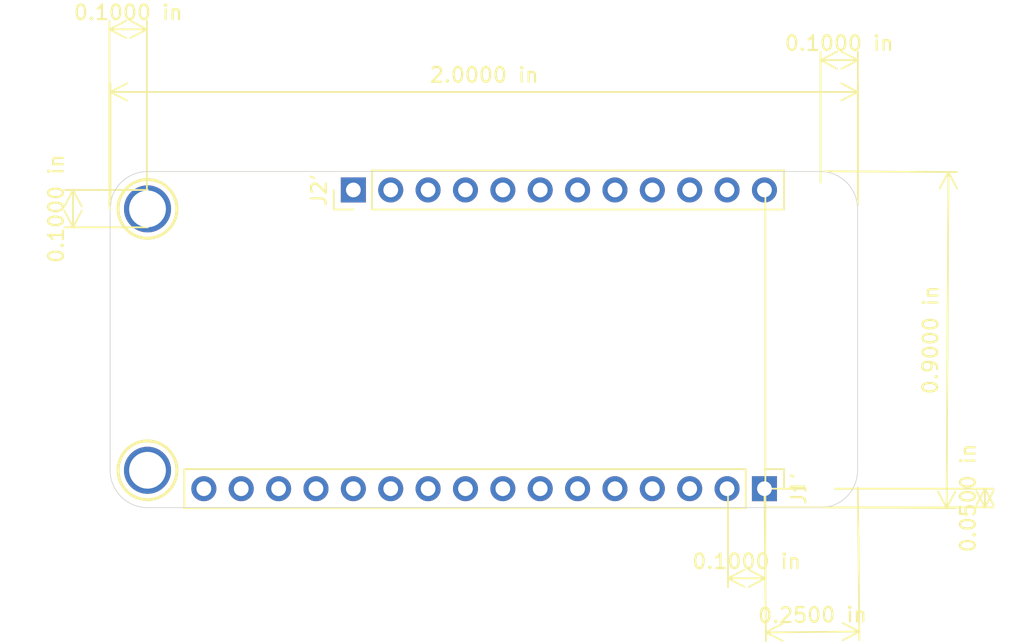
<source format=kicad_pcb>
(kicad_pcb (version 20171130) (host pcbnew "(5.1.4)-1")

  (general
    (thickness 1.6)
    (drawings 18)
    (tracks 0)
    (zones 0)
    (modules 6)
    (nets 1)
  )

  (page A4)
  (layers
    (0 F.Cu signal)
    (31 B.Cu signal)
    (32 B.Adhes user)
    (33 F.Adhes user)
    (34 B.Paste user)
    (35 F.Paste user)
    (36 B.SilkS user hide)
    (37 F.SilkS user)
    (38 B.Mask user hide)
    (39 F.Mask user hide)
    (40 Dwgs.User user)
    (41 Cmts.User user)
    (42 Eco1.User user)
    (43 Eco2.User user hide)
    (44 Edge.Cuts user)
    (45 Margin user)
    (46 B.CrtYd user)
    (47 F.CrtYd user)
    (48 B.Fab user hide)
    (49 F.Fab user hide)
  )

  (setup
    (last_trace_width 0.25)
    (trace_clearance 0.2)
    (zone_clearance 0.508)
    (zone_45_only no)
    (trace_min 0.2)
    (via_size 0.8)
    (via_drill 0.4)
    (via_min_size 0.4)
    (via_min_drill 0.3)
    (uvia_size 0.3)
    (uvia_drill 0.1)
    (uvias_allowed no)
    (uvia_min_size 0.2)
    (uvia_min_drill 0.1)
    (edge_width 0.05)
    (segment_width 0.2)
    (pcb_text_width 0.3)
    (pcb_text_size 1.5 1.5)
    (mod_edge_width 0.12)
    (mod_text_size 1 1)
    (mod_text_width 0.15)
    (pad_size 1.524 1.524)
    (pad_drill 0.762)
    (pad_to_mask_clearance 0.051)
    (solder_mask_min_width 0.25)
    (aux_axis_origin 0 0)
    (visible_elements 7FFFFFFF)
    (pcbplotparams
      (layerselection 0x010fc_ffffffff)
      (usegerberextensions false)
      (usegerberattributes false)
      (usegerberadvancedattributes false)
      (creategerberjobfile false)
      (excludeedgelayer true)
      (linewidth 0.100000)
      (plotframeref false)
      (viasonmask false)
      (mode 1)
      (useauxorigin false)
      (hpglpennumber 1)
      (hpglpenspeed 20)
      (hpglpendiameter 15.000000)
      (psnegative false)
      (psa4output false)
      (plotreference true)
      (plotvalue true)
      (plotinvisibletext false)
      (padsonsilk false)
      (subtractmaskfromsilk false)
      (outputformat 1)
      (mirror false)
      (drillshape 1)
      (scaleselection 1)
      (outputdirectory ""))
  )

  (net 0 "")

  (net_class Default "This is the default net class."
    (clearance 0.2)
    (trace_width 0.25)
    (via_dia 0.8)
    (via_drill 0.4)
    (uvia_dia 0.3)
    (uvia_drill 0.1)
  )

  (module Open_Telemetry:PinHeader_1x16_P2.54mm_Vertical_Down (layer F.Cu) (tedit 5DBD9D0A) (tstamp 5DBE0E60)
    (at 258.445 153.543 270)
    (descr "Through hole straight pin header, 1x16, 2.54mm pitch, single row")
    (tags "Through hole pin header THT 1x16 2.54mm single row")
    (fp_text reference J1' (at 0 -2.33 90) (layer F.SilkS)
      (effects (font (size 1 1) (thickness 0.15)))
    )
    (fp_text value PinHeader_1x16_P2.54mm_Vertical (at 0 40.43 90) (layer F.Fab)
      (effects (font (size 1 1) (thickness 0.15)))
    )
    (fp_line (start -0.635 -1.27) (end 1.27 -1.27) (layer F.Fab) (width 0.1))
    (fp_line (start 1.27 -1.27) (end 1.27 39.37) (layer F.Fab) (width 0.1))
    (fp_line (start 1.27 39.37) (end -1.27 39.37) (layer F.Fab) (width 0.1))
    (fp_line (start -1.27 39.37) (end -1.27 -0.635) (layer F.Fab) (width 0.1))
    (fp_line (start -1.27 -0.635) (end -0.635 -1.27) (layer F.Fab) (width 0.1))
    (fp_line (start -1.33 39.43) (end 1.33 39.43) (layer F.SilkS) (width 0.12))
    (fp_line (start -1.33 1.27) (end -1.33 39.43) (layer F.SilkS) (width 0.12))
    (fp_line (start 1.33 1.27) (end 1.33 39.43) (layer F.SilkS) (width 0.12))
    (fp_line (start -1.33 1.27) (end 1.33 1.27) (layer F.SilkS) (width 0.12))
    (fp_line (start -1.33 0) (end -1.33 -1.33) (layer F.SilkS) (width 0.12))
    (fp_line (start -1.33 -1.33) (end 0 -1.33) (layer F.SilkS) (width 0.12))
    (fp_line (start -1.8 -1.8) (end -1.8 39.9) (layer F.CrtYd) (width 0.05))
    (fp_line (start -1.8 39.9) (end 1.8 39.9) (layer F.CrtYd) (width 0.05))
    (fp_line (start 1.8 39.9) (end 1.8 -1.8) (layer F.CrtYd) (width 0.05))
    (fp_line (start 1.8 -1.8) (end -1.8 -1.8) (layer F.CrtYd) (width 0.05))
    (fp_text user %R (at 0 19.05) (layer F.Fab)
      (effects (font (size 1 1) (thickness 0.15)))
    )
    (pad 1 thru_hole rect (at 0 0 270) (size 1.7 1.7) (drill 1) (layers *.Cu *.Mask))
    (pad 2 thru_hole oval (at 0 2.54 270) (size 1.7 1.7) (drill 1) (layers *.Cu *.Mask))
    (pad 3 thru_hole oval (at 0 5.08 270) (size 1.7 1.7) (drill 1) (layers *.Cu *.Mask))
    (pad 4 thru_hole oval (at 0 7.62 270) (size 1.7 1.7) (drill 1) (layers *.Cu *.Mask))
    (pad 5 thru_hole oval (at 0 10.16 270) (size 1.7 1.7) (drill 1) (layers *.Cu *.Mask))
    (pad 6 thru_hole oval (at 0 12.7 270) (size 1.7 1.7) (drill 1) (layers *.Cu *.Mask))
    (pad 7 thru_hole oval (at 0 15.24 270) (size 1.7 1.7) (drill 1) (layers *.Cu *.Mask))
    (pad 8 thru_hole oval (at 0 17.78 270) (size 1.7 1.7) (drill 1) (layers *.Cu *.Mask))
    (pad 9 thru_hole oval (at 0 20.32 270) (size 1.7 1.7) (drill 1) (layers *.Cu *.Mask))
    (pad 10 thru_hole oval (at 0 22.86 270) (size 1.7 1.7) (drill 1) (layers *.Cu *.Mask))
    (pad 11 thru_hole oval (at 0 25.4 270) (size 1.7 1.7) (drill 1) (layers *.Cu *.Mask))
    (pad 12 thru_hole oval (at 0 27.94 270) (size 1.7 1.7) (drill 1) (layers *.Cu *.Mask))
    (pad 13 thru_hole oval (at 0 30.48 270) (size 1.7 1.7) (drill 1) (layers *.Cu *.Mask))
    (pad 14 thru_hole oval (at 0 33.02 270) (size 1.7 1.7) (drill 1) (layers *.Cu *.Mask))
    (pad 15 thru_hole oval (at 0 35.56 270) (size 1.7 1.7) (drill 1) (layers *.Cu *.Mask))
    (pad 16 thru_hole oval (at 0 38.1 270) (size 1.7 1.7) (drill 1) (layers *.Cu *.Mask))
    (model ${KISYS3DMOD}/Connector_PinHeader_2.54mm.3dshapes/PinHeader_1x16_P2.54mm_Vertical.wrl
      (offset (xyz 0 0 -1.5))
      (scale (xyz 1 1 1))
      (rotate (xyz 0 180 0))
    )
  )

  (module Open_Telemetry:PinHeader_1x12_P2.54mm_Vertical_Down (layer F.Cu) (tedit 5DBD9C9B) (tstamp 5DBE0B77)
    (at 230.505 133.223 90)
    (descr "Through hole straight pin header, 1x12, 2.54mm pitch, single row")
    (tags "Through hole pin header THT 1x12 2.54mm single row")
    (fp_text reference J2' (at 0 -2.33 90) (layer F.SilkS)
      (effects (font (size 1 1) (thickness 0.15)))
    )
    (fp_text value PinHeader_1x12_P2.54mm_Vertical (at 0 30.27 90) (layer F.Fab)
      (effects (font (size 1 1) (thickness 0.15)))
    )
    (fp_line (start -0.635 -1.27) (end 1.27 -1.27) (layer F.Fab) (width 0.1))
    (fp_line (start 1.27 -1.27) (end 1.27 29.21) (layer F.Fab) (width 0.1))
    (fp_line (start 1.27 29.21) (end -1.27 29.21) (layer F.Fab) (width 0.1))
    (fp_line (start -1.27 29.21) (end -1.27 -0.635) (layer F.Fab) (width 0.1))
    (fp_line (start -1.27 -0.635) (end -0.635 -1.27) (layer F.Fab) (width 0.1))
    (fp_line (start -1.33 29.27) (end 1.33 29.27) (layer F.SilkS) (width 0.12))
    (fp_line (start -1.33 1.27) (end -1.33 29.27) (layer F.SilkS) (width 0.12))
    (fp_line (start 1.33 1.27) (end 1.33 29.27) (layer F.SilkS) (width 0.12))
    (fp_line (start -1.33 1.27) (end 1.33 1.27) (layer F.SilkS) (width 0.12))
    (fp_line (start -1.33 0) (end -1.33 -1.33) (layer F.SilkS) (width 0.12))
    (fp_line (start -1.33 -1.33) (end 0 -1.33) (layer F.SilkS) (width 0.12))
    (fp_line (start -1.8 -1.8) (end -1.8 29.75) (layer F.CrtYd) (width 0.05))
    (fp_line (start -1.8 29.75) (end 1.8 29.75) (layer F.CrtYd) (width 0.05))
    (fp_line (start 1.8 29.75) (end 1.8 -1.8) (layer F.CrtYd) (width 0.05))
    (fp_line (start 1.8 -1.8) (end -1.8 -1.8) (layer F.CrtYd) (width 0.05))
    (fp_text user %R (at 0 13.97) (layer F.Fab)
      (effects (font (size 1 1) (thickness 0.15)))
    )
    (pad 1 thru_hole rect (at 0 0 90) (size 1.7 1.7) (drill 1) (layers *.Cu *.Mask))
    (pad 2 thru_hole oval (at 0 2.54 90) (size 1.7 1.7) (drill 1) (layers *.Cu *.Mask))
    (pad 3 thru_hole oval (at 0 5.08 90) (size 1.7 1.7) (drill 1) (layers *.Cu *.Mask))
    (pad 4 thru_hole oval (at 0 7.62 90) (size 1.7 1.7) (drill 1) (layers *.Cu *.Mask))
    (pad 5 thru_hole oval (at 0 10.16 90) (size 1.7 1.7) (drill 1) (layers *.Cu *.Mask))
    (pad 6 thru_hole oval (at 0 12.7 90) (size 1.7 1.7) (drill 1) (layers *.Cu *.Mask))
    (pad 7 thru_hole oval (at 0 15.24 90) (size 1.7 1.7) (drill 1) (layers *.Cu *.Mask))
    (pad 8 thru_hole oval (at 0 17.78 90) (size 1.7 1.7) (drill 1) (layers *.Cu *.Mask))
    (pad 9 thru_hole oval (at 0 20.32 90) (size 1.7 1.7) (drill 1) (layers *.Cu *.Mask))
    (pad 10 thru_hole oval (at 0 22.86 90) (size 1.7 1.7) (drill 1) (layers *.Cu *.Mask))
    (pad 11 thru_hole oval (at 0 25.4 90) (size 1.7 1.7) (drill 1) (layers *.Cu *.Mask))
    (pad 12 thru_hole oval (at 0 27.94 90) (size 1.7 1.7) (drill 1) (layers *.Cu *.Mask))
    (model ${KISYS3DMOD}/Connector_PinHeader_2.54mm.3dshapes/PinHeader_1x12_P2.54mm_Vertical.wrl
      (offset (xyz 0 0 -1.5))
      (scale (xyz 1 1 1))
      (rotate (xyz 0 180 0))
    )
  )

  (module "" (layer F.Cu) (tedit 0) (tstamp 5DBC6723)
    (at 262.235 152.9885)
    (fp_text reference @HOLE0 (at 0 0) (layer F.SilkS) hide
      (effects (font (size 1.27 1.27) (thickness 0.15)))
    )
    (fp_text value "" (at 0 0) (layer F.SilkS)
      (effects (font (size 1.27 1.27) (thickness 0.15)))
    )
    (pad "" np_thru_hole circle (at 0 0) (size 2.2 2.2) (drill 2.2) (layers *.Cu *.Mask))
  )

  (module "Adafruit HUZZAH32 ESP32 Feather:MOUNTINGHOLE_2.5_PLATED" (layer F.Cu) (tedit 0) (tstamp 5DBC6801)
    (at 216.515 152.29 270)
    (path /F4AAF165)
    (fp_text reference U$32 (at 0 0 270) (layer F.SilkS) hide
      (effects (font (size 1.27 1.27) (thickness 0.15)) (justify right top))
    )
    (fp_text value MOUNTINGHOLE2.5 (at 0 0 270) (layer F.SilkS) hide
      (effects (font (size 1.27 1.27) (thickness 0.15)) (justify right top))
    )
    (fp_circle (center 0 0) (end 1 0) (layer Dwgs.User) (width 2.032))
    (fp_circle (center 0 0) (end 1 0) (layer Dwgs.User) (width 2.032))
    (fp_circle (center 0 0) (end 1 0) (layer Dwgs.User) (width 2.032))
    (fp_circle (center 0 0) (end 1 0) (layer Dwgs.User) (width 2.032))
    (fp_circle (center 0 0) (end 2 0) (layer F.SilkS) (width 0.2032))
    (pad P$1 thru_hole circle (at 0 0 270) (size 3.2 3.2) (drill 2.5) (layers *.Cu *.Mask)
      (solder_mask_margin 0.0508))
  )

  (module "" (layer F.Cu) (tedit 0) (tstamp 5DBC6716)
    (at 262.235 133.875)
    (fp_text reference @HOLE1 (at 0 0) (layer F.SilkS) hide
      (effects (font (size 1.27 1.27) (thickness 0.15)))
    )
    (fp_text value "" (at 0 0) (layer F.SilkS)
      (effects (font (size 1.27 1.27) (thickness 0.15)))
    )
    (pad "" np_thru_hole circle (at 0 0) (size 2.2 2.2) (drill 2.2) (layers *.Cu *.Mask))
  )

  (module "Adafruit HUZZAH32 ESP32 Feather:MOUNTINGHOLE_2.5_PLATED" (layer F.Cu) (tedit 0) (tstamp 5DBC671A)
    (at 216.515 134.51 270)
    (path /BD08BF3C)
    (fp_text reference U$31 (at 0 0 270) (layer F.SilkS) hide
      (effects (font (size 1.27 1.27) (thickness 0.15)) (justify right top))
    )
    (fp_text value MOUNTINGHOLE2.5 (at 0 0 270) (layer F.SilkS) hide
      (effects (font (size 1.27 1.27) (thickness 0.15)) (justify right top))
    )
    (fp_circle (center 0 0) (end 1 0) (layer Dwgs.User) (width 2.032))
    (fp_circle (center 0 0) (end 1 0) (layer Dwgs.User) (width 2.032))
    (fp_circle (center 0 0) (end 1 0) (layer Dwgs.User) (width 2.032))
    (fp_circle (center 0 0) (end 1 0) (layer Dwgs.User) (width 2.032))
    (fp_circle (center 0 0) (end 2 0) (layer F.SilkS) (width 0.2032))
    (pad P$1 thru_hole circle (at 0 0 270) (size 3.2 3.2) (drill 2.5) (layers *.Cu *.Mask)
      (solder_mask_margin 0.0508))
  )

  (gr_text "Keep out\nfrom WIFI" (at 261.6835 143.51 -90) (layer Dwgs.User)
    (effects (font (size 1 1) (thickness 0.15)))
  )
  (dimension 2.54 (width 0.12) (layer F.SilkS)
    (gr_text "2.540 mm" (at 215.2015 121.031) (layer F.SilkS)
      (effects (font (size 1 1) (thickness 0.15)))
    )
    (feature1 (pts (xy 213.9315 134.5565) (xy 213.9315 121.714579)))
    (feature2 (pts (xy 216.4715 134.5565) (xy 216.4715 121.714579)))
    (crossbar (pts (xy 216.4715 122.301) (xy 213.9315 122.301)))
    (arrow1a (pts (xy 213.9315 122.301) (xy 215.058004 121.714579)))
    (arrow1b (pts (xy 213.9315 122.301) (xy 215.058004 122.887421)))
    (arrow2a (pts (xy 216.4715 122.301) (xy 215.344996 121.714579)))
    (arrow2b (pts (xy 216.4715 122.301) (xy 215.344996 122.887421)))
  )
  (dimension 2.54 (width 0.12) (layer F.SilkS)
    (gr_text "2.540 mm" (at 263.525 123.1265) (layer F.SilkS)
      (effects (font (size 1 1) (thickness 0.15)))
    )
    (feature1 (pts (xy 264.795 133.858) (xy 264.795 123.810079)))
    (feature2 (pts (xy 262.255 133.858) (xy 262.255 123.810079)))
    (crossbar (pts (xy 262.255 124.3965) (xy 264.795 124.3965)))
    (arrow1a (pts (xy 264.795 124.3965) (xy 263.668496 124.982921)))
    (arrow1b (pts (xy 264.795 124.3965) (xy 263.668496 123.810079)))
    (arrow2a (pts (xy 262.255 124.3965) (xy 263.381504 124.982921)))
    (arrow2b (pts (xy 262.255 124.3965) (xy 263.381504 123.810079)))
  )
  (gr_line (start 258.5085 153.543) (end 258.5085 133.1595) (layer F.SilkS) (width 0.12))
  (dimension 6.350317 (width 0.12) (layer F.SilkS)
    (gr_text "6.350 mm" (at 261.730473 164.558574 0.5729386977) (layer F.SilkS)
      (effects (font (size 1 1) (thickness 0.15)))
    )
    (feature1 (pts (xy 264.795 153.4795) (xy 264.898638 163.843279)))
    (feature2 (pts (xy 258.445 153.543) (xy 258.548638 163.906779)))
    (crossbar (pts (xy 258.542774 163.320387) (xy 264.892774 163.256887)))
    (arrow1a (pts (xy 264.892774 163.256887) (xy 263.77219 163.854543)))
    (arrow1b (pts (xy 264.892774 163.256887) (xy 263.760463 162.68176)))
    (arrow2a (pts (xy 258.542774 163.320387) (xy 259.675085 163.895514)))
    (arrow2b (pts (xy 258.542774 163.320387) (xy 259.663358 162.722731)))
  )
  (dimension 1.27 (width 0.12) (layer F.SilkS)
    (gr_text "1.270 mm" (at 274.701 154.178 270) (layer F.SilkS)
      (effects (font (size 1 1) (thickness 0.15)))
    )
    (feature1 (pts (xy 258.5085 154.813) (xy 274.017421 154.813)))
    (feature2 (pts (xy 258.5085 153.543) (xy 274.017421 153.543)))
    (crossbar (pts (xy 273.431 153.543) (xy 273.431 154.813)))
    (arrow1a (pts (xy 273.431 154.813) (xy 272.844579 153.686496)))
    (arrow1b (pts (xy 273.431 154.813) (xy 274.017421 153.686496)))
    (arrow2a (pts (xy 273.431 153.543) (xy 272.844579 154.669504)))
    (arrow2b (pts (xy 273.431 153.543) (xy 274.017421 154.669504)))
  )
  (dimension 2.54 (width 0.12) (layer F.SilkS)
    (gr_text "2.540 mm" (at 257.2385 160.909) (layer F.SilkS)
      (effects (font (size 1 1) (thickness 0.15)))
    )
    (feature1 (pts (xy 255.9685 153.4795) (xy 255.9685 160.225421)))
    (feature2 (pts (xy 258.5085 153.4795) (xy 258.5085 160.225421)))
    (crossbar (pts (xy 258.5085 159.639) (xy 255.9685 159.639)))
    (arrow1a (pts (xy 255.9685 159.639) (xy 257.095004 159.052579)))
    (arrow1b (pts (xy 255.9685 159.639) (xy 257.095004 160.225421)))
    (arrow2a (pts (xy 258.5085 159.639) (xy 257.381996 159.052579)))
    (arrow2b (pts (xy 258.5085 159.639) (xy 257.381996 160.225421)))
  )
  (dimension 2.54 (width 0.12) (layer F.SilkS)
    (gr_text "2.540 mm" (at 210.185 134.493 270) (layer F.SilkS)
      (effects (font (size 1 1) (thickness 0.15)))
    )
    (feature1 (pts (xy 216.535 135.763) (xy 210.868579 135.763)))
    (feature2 (pts (xy 216.535 133.223) (xy 210.868579 133.223)))
    (crossbar (pts (xy 211.455 133.223) (xy 211.455 135.763)))
    (arrow1a (pts (xy 211.455 135.763) (xy 210.868579 134.636496)))
    (arrow1b (pts (xy 211.455 135.763) (xy 212.041421 134.636496)))
    (arrow2a (pts (xy 211.455 133.223) (xy 210.868579 134.349504)))
    (arrow2b (pts (xy 211.455 133.223) (xy 212.041421 134.349504)))
  )
  (dimension 50.8 (width 0.12) (layer F.SilkS)
    (gr_text "50.800 mm" (at 239.395 125.2855) (layer F.SilkS)
      (effects (font (size 1 1) (thickness 0.15)))
    )
    (feature1 (pts (xy 264.795 134.239) (xy 264.795 125.969079)))
    (feature2 (pts (xy 213.995 134.239) (xy 213.995 125.969079)))
    (crossbar (pts (xy 213.995 126.5555) (xy 264.795 126.5555)))
    (arrow1a (pts (xy 264.795 126.5555) (xy 263.668496 127.141921)))
    (arrow1b (pts (xy 264.795 126.5555) (xy 263.668496 125.969079)))
    (arrow2a (pts (xy 213.995 126.5555) (xy 215.121504 127.141921)))
    (arrow2b (pts (xy 213.995 126.5555) (xy 215.121504 125.969079)))
  )
  (dimension 22.860353 (width 0.12) (layer F.SilkS)
    (gr_text "22.860 mm" (at 272.157189 143.437306 89.68169339) (layer F.SilkS)
      (effects (font (size 1 1) (thickness 0.15)))
    )
    (feature1 (pts (xy 262.4455 131.953) (xy 271.53712 132.003509)))
    (feature2 (pts (xy 262.3185 154.813) (xy 271.41012 154.863509)))
    (crossbar (pts (xy 270.823709 154.860251) (xy 270.950709 132.000251)))
    (arrow1a (pts (xy 270.950709 132.000251) (xy 271.530862 133.129995)))
    (arrow1b (pts (xy 270.950709 132.000251) (xy 270.358039 133.12348)))
    (arrow2a (pts (xy 270.823709 154.860251) (xy 271.416379 153.737022)))
    (arrow2b (pts (xy 270.823709 154.860251) (xy 270.243556 153.730507)))
  )
  (gr_line (start 264.775 152.29) (end 264.775 134.51) (layer Edge.Cuts) (width 0.05) (tstamp 5DBC670C))
  (gr_line (start 262.235 131.97) (end 216.515 131.97) (layer Edge.Cuts) (width 0.05) (tstamp 5DBC6710))
  (gr_arc (start 262.235 152.29) (end 262.235 154.83) (angle -90) (layer Edge.Cuts) (width 0.05) (tstamp 5DBC6711))
  (gr_line (start 213.975 134.51) (end 213.975 152.29) (layer Edge.Cuts) (width 0.05) (tstamp 5DBC6712))
  (gr_arc (start 216.515 134.51) (end 216.515 131.97) (angle -90) (layer Edge.Cuts) (width 0.05) (tstamp 5DBC6713))
  (gr_arc (start 216.515 152.29) (end 213.975 152.29) (angle -90) (layer Edge.Cuts) (width 0.05) (tstamp 5DBC670A))
  (gr_arc (start 262.235 134.51) (end 264.775 134.51) (angle -90) (layer Edge.Cuts) (width 0.05) (tstamp 5DBC670D))
  (gr_line (start 216.515 154.83) (end 262.235 154.83) (layer Edge.Cuts) (width 0.05) (tstamp 5DBC670F))

  (zone (net 0) (net_name "") (layers F&B.Cu) (tstamp 0) (hatch edge 0.508)
    (connect_pads (clearance 0.508))
    (min_thickness 0.254)
    (keepout (tracks not_allowed) (vias not_allowed) (copperpour allowed))
    (fill (arc_segments 32) (thermal_gap 0.508) (thermal_bridge_width 0.508))
    (polygon
      (pts
        (xy 264.795 135.89) (xy 258.445 135.89) (xy 258.445 151.13) (xy 264.795 151.13)
      )
    )
  )
)

</source>
